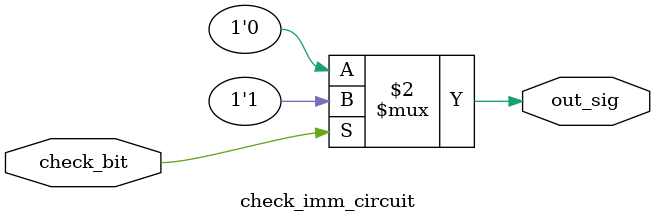
<source format=v>

module check_imm_circuit(check_bit,out_sig);

input check_bit;
output out_sig;
assign out_sig=(check_bit==1'b1)?1'b1:1'b0;

endmodule
</source>
